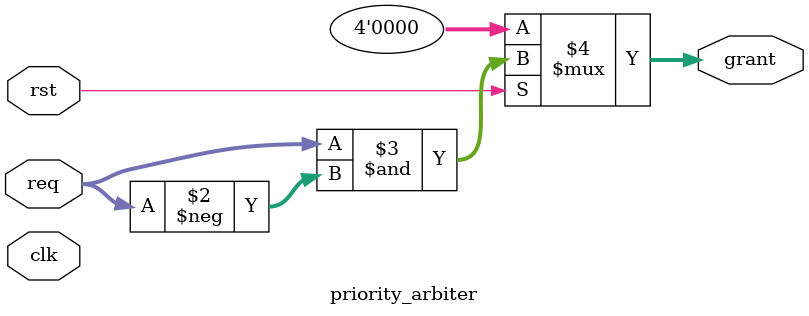
<source format=sv>
module round_robin_arbiter #(
  parameter request_lines = 4)
  (
    rst,
    clk,
    req,
    grant);
  
  input	logic	clk;
  input	logic	rst;
  input	logic	[request_lines - 1: 0 ] req;
  output logic	[request_lines - 1: 0] grant;
  
  
  logic	[request_lines - 1: 0]	normal_grant;
  logic	[request_lines - 1: 0]	masked_grant_previous;
  logic	[request_lines  - 1: 0]  masked_requests;
  logic	[request_lines - 1: 0]	masked_grant;
  
  priority_arbiter #(.request_lines(request_lines))
  normal_arbiter (	.rst		(rst),
   .clk			(clk),
   .req			(req),
   .grant		(normal_grant));
  
  thermometer_priority_mask #(.request_lines (request_lines))
  thermometer_masking(
    .rst		(rst),
    .clk		(clk),
    .req		(grant),
    .mask_req	(masked_grant_previous));
  
  assign masked_requests = req & masked_grant_previous;
  
  
  priority_arbiter	#(.request_lines(request_lines))
  masking_arbiter (.rst		(rst),
   .clk		(clk),
   .req		(masked_requests),
   .grant	(masked_grant));
  
  
  always @(posedge clk or negedge rst) begin
    if(!rst) grant <= '0;
    else
      grant <= (masked_grant == {request_lines{1'b0}}) ? normal_grant : masked_grant;
  end
  
endmodule


module thermometer_priority_mask #(
  parameter request_lines = 4)
  (
	rst,
    clk,
    req,
	mask_req
);

input	logic								clk;
input	logic								rst;
input  logic 	[request_lines -1 : 0]		req;
output logic	[request_lines - 1 : 0]		mask_req;

  initial begin 
    	mask_req = '0;
  end 
  
  always @(*) begin
    mask_req = req ^ (req - 1);
    mask_req = (req == {request_lines{1'b0}}) ? mask_req : ~mask_req;
    mask_req = mask_req | req;
  end
 
  
endmodule


module priority_arbiter #(
  parameter request_lines = 4)
  (
	rst,
    clk,
    req,
	grant
);

input	logic								clk;
input	logic								rst;
input  logic 	[request_lines -1 : 0]		req;
output logic	[request_lines - 1 : 0]		grant;

  
  assign grant = ~rst ? '0 : req & -req;
  
endmodule

</source>
